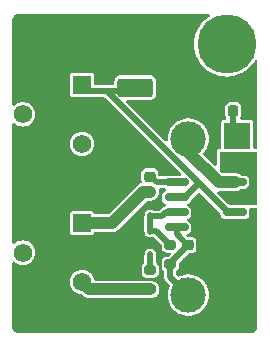
<source format=gtl>
G04 #@! TF.GenerationSoftware,KiCad,Pcbnew,8.0.1*
G04 #@! TF.CreationDate,2024-07-10T15:35:48+08:00*
G04 #@! TF.ProjectId,555Sandbox,35353553-616e-4646-926f-782e6b696361,1.0.0*
G04 #@! TF.SameCoordinates,Original*
G04 #@! TF.FileFunction,Copper,L1,Top*
G04 #@! TF.FilePolarity,Positive*
%FSLAX46Y46*%
G04 Gerber Fmt 4.6, Leading zero omitted, Abs format (unit mm)*
G04 Created by KiCad (PCBNEW 8.0.1) date 2024-07-10 15:35:48*
%MOMM*%
%LPD*%
G01*
G04 APERTURE LIST*
G04 Aperture macros list*
%AMRoundRect*
0 Rectangle with rounded corners*
0 $1 Rounding radius*
0 $2 $3 $4 $5 $6 $7 $8 $9 X,Y pos of 4 corners*
0 Add a 4 corners polygon primitive as box body*
4,1,4,$2,$3,$4,$5,$6,$7,$8,$9,$2,$3,0*
0 Add four circle primitives for the rounded corners*
1,1,$1+$1,$2,$3*
1,1,$1+$1,$4,$5*
1,1,$1+$1,$6,$7*
1,1,$1+$1,$8,$9*
0 Add four rect primitives between the rounded corners*
20,1,$1+$1,$2,$3,$4,$5,0*
20,1,$1+$1,$4,$5,$6,$7,0*
20,1,$1+$1,$6,$7,$8,$9,0*
20,1,$1+$1,$8,$9,$2,$3,0*%
G04 Aperture macros list end*
G04 #@! TA.AperFunction,SMDPad,CuDef*
%ADD10RoundRect,0.150000X0.825000X0.150000X-0.825000X0.150000X-0.825000X-0.150000X0.825000X-0.150000X0*%
G04 #@! TD*
G04 #@! TA.AperFunction,SMDPad,CuDef*
%ADD11R,2.200000X2.200000*%
G04 #@! TD*
G04 #@! TA.AperFunction,SMDPad,CuDef*
%ADD12R,2.200000X1.250000*%
G04 #@! TD*
G04 #@! TA.AperFunction,SMDPad,CuDef*
%ADD13RoundRect,0.250000X-1.250000X-0.550000X1.250000X-0.550000X1.250000X0.550000X-1.250000X0.550000X0*%
G04 #@! TD*
G04 #@! TA.AperFunction,SMDPad,CuDef*
%ADD14RoundRect,0.200000X-0.275000X0.200000X-0.275000X-0.200000X0.275000X-0.200000X0.275000X0.200000X0*%
G04 #@! TD*
G04 #@! TA.AperFunction,SMDPad,CuDef*
%ADD15RoundRect,0.225000X0.225000X0.250000X-0.225000X0.250000X-0.225000X-0.250000X0.225000X-0.250000X0*%
G04 #@! TD*
G04 #@! TA.AperFunction,SMDPad,CuDef*
%ADD16RoundRect,0.200000X0.275000X-0.200000X0.275000X0.200000X-0.275000X0.200000X-0.275000X-0.200000X0*%
G04 #@! TD*
G04 #@! TA.AperFunction,SMDPad,CuDef*
%ADD17RoundRect,0.225000X0.250000X-0.225000X0.250000X0.225000X-0.250000X0.225000X-0.250000X-0.225000X0*%
G04 #@! TD*
G04 #@! TA.AperFunction,SMDPad,CuDef*
%ADD18RoundRect,0.225000X-0.250000X0.225000X-0.250000X-0.225000X0.250000X-0.225000X0.250000X0.225000X0*%
G04 #@! TD*
G04 #@! TA.AperFunction,SMDPad,CuDef*
%ADD19RoundRect,0.112500X-0.112500X0.187500X-0.112500X-0.187500X0.112500X-0.187500X0.112500X0.187500X0*%
G04 #@! TD*
G04 #@! TA.AperFunction,ComponentPad*
%ADD20R,1.560000X1.560000*%
G04 #@! TD*
G04 #@! TA.AperFunction,ComponentPad*
%ADD21C,1.560000*%
G04 #@! TD*
G04 #@! TA.AperFunction,ComponentPad*
%ADD22C,5.000000*%
G04 #@! TD*
G04 #@! TA.AperFunction,ComponentPad*
%ADD23C,3.000000*%
G04 #@! TD*
G04 #@! TA.AperFunction,ViaPad*
%ADD24C,0.600000*%
G04 #@! TD*
G04 #@! TA.AperFunction,Conductor*
%ADD25C,0.500000*%
G04 #@! TD*
G04 #@! TA.AperFunction,Conductor*
%ADD26C,1.000000*%
G04 #@! TD*
G04 APERTURE END LIST*
D10*
X94300000Y-85470000D03*
X94300000Y-84200000D03*
X94300000Y-82930000D03*
X94300000Y-81660000D03*
X89350000Y-81660000D03*
X89350000Y-82930000D03*
X89350000Y-84200000D03*
X89350000Y-85470000D03*
D11*
X94500000Y-77700000D03*
D12*
X94500000Y-79975000D03*
D13*
X85850000Y-73650000D03*
X90250000Y-73650000D03*
D14*
X87125000Y-89075000D03*
X87125000Y-90725000D03*
D15*
X94150000Y-75600000D03*
X92600000Y-75600000D03*
D16*
X88825000Y-88600000D03*
X88825000Y-86950000D03*
D17*
X87100000Y-81175000D03*
X87100000Y-79625000D03*
D18*
X90300000Y-86975000D03*
X90300000Y-88525000D03*
D19*
X87125000Y-82450000D03*
X87125000Y-84550000D03*
X87125000Y-85750000D03*
X87125000Y-87850000D03*
D20*
X81350000Y-73400000D03*
D21*
X76350000Y-75900000D03*
X81350000Y-78400000D03*
D22*
X93600000Y-69950000D03*
D20*
X81350000Y-85100000D03*
D21*
X76350000Y-87600000D03*
X81350000Y-90100000D03*
D23*
X90350000Y-78000000D03*
X90350000Y-91200000D03*
D24*
X95750000Y-86750000D03*
X94050000Y-73700000D03*
X95500000Y-75150000D03*
X94250000Y-88250000D03*
X95500000Y-73650000D03*
X95750000Y-88250000D03*
D25*
X89350000Y-86050000D02*
X89350000Y-85470000D01*
X88825000Y-88525000D02*
X90350000Y-87000000D01*
D26*
X92910000Y-81660000D02*
X94300000Y-81660000D01*
D25*
X88825000Y-88600000D02*
X88825000Y-89675000D01*
X88825000Y-88625000D02*
X88825000Y-88525000D01*
D26*
X90350000Y-78000000D02*
X90350000Y-79100000D01*
D25*
X90275000Y-86975000D02*
X89350000Y-86050000D01*
X88825000Y-89675000D02*
X90350000Y-91200000D01*
X90225000Y-77500000D02*
X90125000Y-77400000D01*
X90225000Y-77500000D02*
X90192743Y-77467743D01*
D26*
X90350000Y-79100000D02*
X92910000Y-81660000D01*
D25*
X87193502Y-81175000D02*
X86925000Y-81175000D01*
X89350000Y-81660000D02*
X87678502Y-81660000D01*
X87678502Y-81660000D02*
X87193502Y-81175000D01*
X90095000Y-82930000D02*
X91271342Y-81753658D01*
X83450000Y-73932316D02*
X93717684Y-84200000D01*
X81890000Y-73900000D02*
X81490000Y-73500000D01*
X89350000Y-82930000D02*
X90095000Y-82930000D01*
X86050000Y-74200000D02*
X85750000Y-73900000D01*
X93717684Y-84200000D02*
X94300000Y-84200000D01*
X85750000Y-73900000D02*
X81890000Y-73900000D01*
X87125000Y-84550000D02*
X87125000Y-85750000D01*
X88825000Y-86975000D02*
X88825000Y-86950000D01*
X87625000Y-85750000D02*
X87125000Y-85750000D01*
X88825000Y-86950000D02*
X87625000Y-85750000D01*
X89350000Y-84200000D02*
X88450000Y-84200000D01*
X88450000Y-84200000D02*
X88100000Y-84550000D01*
X88100000Y-84550000D02*
X87125000Y-84550000D01*
D26*
X83900000Y-85100000D02*
X81350000Y-85100000D01*
X87125000Y-82450000D02*
X86550000Y-82450000D01*
X86550000Y-82450000D02*
X83900000Y-85100000D01*
D25*
X87125000Y-87850000D02*
X87125000Y-89075000D01*
X94857684Y-82930000D02*
X94300000Y-82930000D01*
X95725000Y-79975000D02*
X95725000Y-82062684D01*
X94500000Y-79975000D02*
X95725000Y-79975000D01*
X95725000Y-82062684D02*
X94857684Y-82930000D01*
X94150000Y-75600000D02*
X94150000Y-77000000D01*
X94150000Y-77000000D02*
X94850000Y-77700000D01*
D26*
X81975000Y-90725000D02*
X87125000Y-90725000D01*
X81350000Y-90100000D02*
X81975000Y-90725000D01*
G04 #@! TA.AperFunction,Conductor*
G36*
X93374336Y-79050500D02*
G01*
X93375326Y-79050500D01*
X95625664Y-79050500D01*
X95635842Y-79050000D01*
X96075500Y-79050000D01*
X96142539Y-79069685D01*
X96188294Y-79122489D01*
X96199500Y-79174000D01*
X96199500Y-83426000D01*
X96179815Y-83493039D01*
X96127011Y-83538794D01*
X96075500Y-83550000D01*
X93826860Y-83550000D01*
X93759821Y-83530315D01*
X93739179Y-83513681D01*
X92847679Y-82622181D01*
X92814194Y-82560858D01*
X92819178Y-82491166D01*
X92861050Y-82435233D01*
X92926514Y-82410816D01*
X92935360Y-82410500D01*
X94373920Y-82410500D01*
X94471462Y-82391096D01*
X94518913Y-82381658D01*
X94655495Y-82325084D01*
X94778416Y-82242951D01*
X94778421Y-82242945D01*
X94783126Y-82239086D01*
X94784854Y-82241191D01*
X94835873Y-82213333D01*
X94862231Y-82210499D01*
X95156517Y-82210499D01*
X95156518Y-82210499D01*
X95250304Y-82195646D01*
X95363342Y-82138050D01*
X95453050Y-82048342D01*
X95510646Y-81935304D01*
X95510646Y-81935302D01*
X95510647Y-81935301D01*
X95525499Y-81841524D01*
X95525500Y-81841519D01*
X95525499Y-81478482D01*
X95510646Y-81384696D01*
X95453050Y-81271658D01*
X95453046Y-81271654D01*
X95453045Y-81271652D01*
X95363347Y-81181954D01*
X95363344Y-81181952D01*
X95363342Y-81181950D01*
X95286517Y-81142805D01*
X95250301Y-81124352D01*
X95156524Y-81109500D01*
X95156519Y-81109500D01*
X94862230Y-81109500D01*
X94795191Y-81089815D01*
X94783531Y-81080419D01*
X94783126Y-81080914D01*
X94778415Y-81077048D01*
X94655501Y-80994919D01*
X94655488Y-80994912D01*
X94518917Y-80938343D01*
X94518907Y-80938340D01*
X94373920Y-80909500D01*
X94373918Y-80909500D01*
X93272230Y-80909500D01*
X93205191Y-80889815D01*
X93184549Y-80873181D01*
X93036319Y-80724951D01*
X93002834Y-80663628D01*
X93000000Y-80637270D01*
X93000000Y-79174000D01*
X93019685Y-79106961D01*
X93072489Y-79061206D01*
X93124000Y-79050000D01*
X93364158Y-79050000D01*
X93374336Y-79050500D01*
G37*
G04 #@! TD.AperFunction*
G04 #@! TA.AperFunction,Conductor*
G36*
X92122977Y-67420185D02*
G01*
X92168732Y-67472989D01*
X92178676Y-67542147D01*
X92149651Y-67605703D01*
X92120091Y-67630614D01*
X92067126Y-67662632D01*
X92034673Y-67682251D01*
X91772744Y-67887460D01*
X91537460Y-68122744D01*
X91332251Y-68384673D01*
X91160101Y-68669445D01*
X91160100Y-68669447D01*
X91023536Y-68972880D01*
X91023530Y-68972895D01*
X90924546Y-69290550D01*
X90864563Y-69617863D01*
X90844473Y-69950000D01*
X90864563Y-70282136D01*
X90864563Y-70282141D01*
X90864564Y-70282142D01*
X90924544Y-70609441D01*
X90924545Y-70609445D01*
X90924546Y-70609449D01*
X91023530Y-70927104D01*
X91023534Y-70927116D01*
X91023537Y-70927123D01*
X91160102Y-71230557D01*
X91230616Y-71347201D01*
X91332251Y-71515326D01*
X91537460Y-71777255D01*
X91772744Y-72012539D01*
X92034673Y-72217748D01*
X92034678Y-72217751D01*
X92034682Y-72217754D01*
X92319443Y-72389898D01*
X92622877Y-72526463D01*
X92622890Y-72526467D01*
X92622895Y-72526469D01*
X92834665Y-72592458D01*
X92940559Y-72625456D01*
X93267858Y-72685436D01*
X93600000Y-72705527D01*
X93932142Y-72685436D01*
X94259441Y-72625456D01*
X94577123Y-72526463D01*
X94880557Y-72389898D01*
X95165318Y-72217754D01*
X95427252Y-72012542D01*
X95662542Y-71777252D01*
X95867754Y-71515318D01*
X95969385Y-71347198D01*
X96020911Y-71300014D01*
X96089770Y-71288175D01*
X96154099Y-71315444D01*
X96193473Y-71373162D01*
X96199500Y-71411351D01*
X96199500Y-78670500D01*
X96179815Y-78737539D01*
X96127011Y-78783294D01*
X96075500Y-78794500D01*
X95974500Y-78794500D01*
X95907461Y-78774815D01*
X95861706Y-78722011D01*
X95850500Y-78670500D01*
X95850500Y-76575323D01*
X95850499Y-76575321D01*
X95835967Y-76502264D01*
X95835966Y-76502260D01*
X95820940Y-76479772D01*
X95780601Y-76419399D01*
X95700590Y-76365938D01*
X95697739Y-76364033D01*
X95697735Y-76364032D01*
X95624677Y-76349500D01*
X95624674Y-76349500D01*
X94842773Y-76349500D01*
X94775734Y-76329815D01*
X94729979Y-76277011D01*
X94720035Y-76207853D01*
X94743506Y-76151190D01*
X94796625Y-76080230D01*
X94796624Y-76080230D01*
X94796628Y-76080226D01*
X94844412Y-75952114D01*
X94850015Y-75900000D01*
X94850499Y-75895501D01*
X94850499Y-75895490D01*
X94850500Y-75895485D01*
X94850499Y-75304516D01*
X94844412Y-75247886D01*
X94796628Y-75119774D01*
X94714687Y-75010313D01*
X94625216Y-74943336D01*
X94605228Y-74928373D01*
X94605226Y-74928372D01*
X94477114Y-74880588D01*
X94477112Y-74880587D01*
X94477110Y-74880587D01*
X94420493Y-74874500D01*
X93879518Y-74874500D01*
X93879509Y-74874501D01*
X93822885Y-74880587D01*
X93694773Y-74928372D01*
X93585313Y-75010313D01*
X93503373Y-75119771D01*
X93455587Y-75247889D01*
X93449500Y-75304498D01*
X93449500Y-75895481D01*
X93449501Y-75895490D01*
X93455587Y-75952114D01*
X93503373Y-76080228D01*
X93556494Y-76151190D01*
X93580911Y-76216654D01*
X93566059Y-76284927D01*
X93516654Y-76334332D01*
X93457227Y-76349500D01*
X93375323Y-76349500D01*
X93302264Y-76364032D01*
X93302260Y-76364033D01*
X93219399Y-76419399D01*
X93164033Y-76502260D01*
X93164032Y-76502264D01*
X93149500Y-76575321D01*
X93149500Y-78683051D01*
X93129815Y-78750090D01*
X93077011Y-78795845D01*
X93051860Y-78804217D01*
X93018173Y-78811545D01*
X93018172Y-78811546D01*
X92991807Y-78818779D01*
X92991796Y-78818783D01*
X92905181Y-78868105D01*
X92905173Y-78868111D01*
X92852371Y-78913863D01*
X92820743Y-78946640D01*
X92774534Y-79034977D01*
X92774533Y-79034977D01*
X92754851Y-79102009D01*
X92754848Y-79102021D01*
X92744500Y-79173998D01*
X92744500Y-80133770D01*
X92724815Y-80200809D01*
X92672011Y-80246564D01*
X92602853Y-80256508D01*
X92539297Y-80227483D01*
X92532819Y-80221451D01*
X91656839Y-79345471D01*
X91623354Y-79284148D01*
X91628338Y-79214456D01*
X91647570Y-79180481D01*
X91800386Y-78988857D01*
X91931568Y-78761643D01*
X92027420Y-78517416D01*
X92085802Y-78261630D01*
X92090571Y-78197988D01*
X92105408Y-78000004D01*
X92105408Y-77999995D01*
X92085803Y-77738379D01*
X92085802Y-77738374D01*
X92085802Y-77738370D01*
X92027420Y-77482584D01*
X91931568Y-77238357D01*
X91800386Y-77011143D01*
X91636805Y-76806019D01*
X91636804Y-76806018D01*
X91636801Y-76806014D01*
X91444479Y-76627567D01*
X91227704Y-76479772D01*
X91227700Y-76479770D01*
X91227697Y-76479768D01*
X91227696Y-76479767D01*
X90991325Y-76365938D01*
X90991327Y-76365938D01*
X90740623Y-76288606D01*
X90740619Y-76288605D01*
X90740615Y-76288604D01*
X90615823Y-76269794D01*
X90481187Y-76249500D01*
X90481182Y-76249500D01*
X90218818Y-76249500D01*
X90218812Y-76249500D01*
X90057247Y-76273853D01*
X89959385Y-76288604D01*
X89959382Y-76288605D01*
X89959376Y-76288606D01*
X89708673Y-76365938D01*
X89472303Y-76479767D01*
X89472302Y-76479768D01*
X89255520Y-76627567D01*
X89063198Y-76806014D01*
X88899614Y-77011143D01*
X88768432Y-77238356D01*
X88672582Y-77482578D01*
X88672576Y-77482597D01*
X88614197Y-77738374D01*
X88614196Y-77738379D01*
X88594592Y-77999995D01*
X88594592Y-78000006D01*
X88599517Y-78065739D01*
X88584897Y-78134062D01*
X88535659Y-78183634D01*
X88467437Y-78198717D01*
X88401890Y-78174522D01*
X88388183Y-78162685D01*
X85137678Y-74912180D01*
X85104193Y-74850857D01*
X85109177Y-74781165D01*
X85151049Y-74725232D01*
X85216513Y-74700815D01*
X85225359Y-74700499D01*
X85974105Y-74700499D01*
X85974117Y-74700500D01*
X85984107Y-74700500D01*
X86130326Y-74700500D01*
X86130334Y-74700499D01*
X87147871Y-74700499D01*
X87147872Y-74700499D01*
X87207483Y-74694091D01*
X87342331Y-74643796D01*
X87457546Y-74557546D01*
X87543796Y-74442331D01*
X87594091Y-74307483D01*
X87600500Y-74247873D01*
X87600499Y-73052128D01*
X87594091Y-72992517D01*
X87543796Y-72857669D01*
X87543795Y-72857668D01*
X87543793Y-72857664D01*
X87457547Y-72742455D01*
X87457544Y-72742452D01*
X87342335Y-72656206D01*
X87342328Y-72656202D01*
X87207482Y-72605908D01*
X87207483Y-72605908D01*
X87147883Y-72599501D01*
X87147881Y-72599500D01*
X87147873Y-72599500D01*
X87147864Y-72599500D01*
X84552129Y-72599500D01*
X84552123Y-72599501D01*
X84492516Y-72605908D01*
X84357671Y-72656202D01*
X84357664Y-72656206D01*
X84242455Y-72742452D01*
X84242452Y-72742455D01*
X84156206Y-72857664D01*
X84156202Y-72857671D01*
X84105908Y-72992517D01*
X84099501Y-73052116D01*
X84099501Y-73052123D01*
X84099500Y-73052135D01*
X84099500Y-73275500D01*
X84079815Y-73342539D01*
X84027011Y-73388294D01*
X83975500Y-73399500D01*
X82504500Y-73399500D01*
X82437461Y-73379815D01*
X82391706Y-73327011D01*
X82380500Y-73275500D01*
X82380500Y-72595323D01*
X82380499Y-72595321D01*
X82365967Y-72522264D01*
X82365966Y-72522260D01*
X82310601Y-72439399D01*
X82236518Y-72389899D01*
X82227739Y-72384033D01*
X82227735Y-72384032D01*
X82154677Y-72369500D01*
X82154674Y-72369500D01*
X80545326Y-72369500D01*
X80545323Y-72369500D01*
X80472264Y-72384032D01*
X80472260Y-72384033D01*
X80389399Y-72439399D01*
X80334033Y-72522260D01*
X80334032Y-72522264D01*
X80319500Y-72595321D01*
X80319500Y-74204678D01*
X80334032Y-74277735D01*
X80334033Y-74277739D01*
X80334034Y-74277740D01*
X80389399Y-74360601D01*
X80449143Y-74400520D01*
X80472260Y-74415966D01*
X80472264Y-74415967D01*
X80545321Y-74430499D01*
X80545324Y-74430500D01*
X80545326Y-74430500D01*
X82154676Y-74430500D01*
X82227740Y-74415966D01*
X82239023Y-74411293D01*
X82240499Y-74414858D01*
X82286276Y-74400520D01*
X82288501Y-74400500D01*
X83159008Y-74400500D01*
X83226047Y-74420185D01*
X83246689Y-74436819D01*
X89707689Y-80897819D01*
X89741174Y-80959142D01*
X89736190Y-81028834D01*
X89694318Y-81084767D01*
X89628854Y-81109184D01*
X89620008Y-81109500D01*
X88493482Y-81109500D01*
X88399694Y-81124354D01*
X88357243Y-81145985D01*
X88300948Y-81159500D01*
X87949499Y-81159500D01*
X87882460Y-81139815D01*
X87836705Y-81087011D01*
X87825499Y-81035500D01*
X87825499Y-80904518D01*
X87825498Y-80904509D01*
X87819412Y-80847885D01*
X87801588Y-80800101D01*
X87771628Y-80719774D01*
X87689687Y-80610313D01*
X87623911Y-80561074D01*
X87580228Y-80528373D01*
X87580226Y-80528372D01*
X87452114Y-80480588D01*
X87452112Y-80480587D01*
X87452110Y-80480587D01*
X87395493Y-80474500D01*
X86804518Y-80474500D01*
X86804509Y-80474501D01*
X86747885Y-80480587D01*
X86619773Y-80528372D01*
X86510313Y-80610313D01*
X86428373Y-80719771D01*
X86380587Y-80847889D01*
X86374500Y-80904498D01*
X86374500Y-81445481D01*
X86374501Y-81445490D01*
X86380588Y-81502116D01*
X86405237Y-81568201D01*
X86410222Y-81637892D01*
X86376738Y-81699216D01*
X86336509Y-81726096D01*
X86194509Y-81784914D01*
X86194496Y-81784921D01*
X86145269Y-81817813D01*
X86071588Y-81867044D01*
X86071580Y-81867050D01*
X83625451Y-84313181D01*
X83564128Y-84346666D01*
X83537770Y-84349500D01*
X82493040Y-84349500D01*
X82426001Y-84329815D01*
X82380246Y-84277011D01*
X82371423Y-84249691D01*
X82365967Y-84222263D01*
X82365966Y-84222260D01*
X82310601Y-84139399D01*
X82227740Y-84084034D01*
X82227739Y-84084033D01*
X82227735Y-84084032D01*
X82154677Y-84069500D01*
X82154674Y-84069500D01*
X80545326Y-84069500D01*
X80545323Y-84069500D01*
X80472264Y-84084032D01*
X80472260Y-84084033D01*
X80389399Y-84139399D01*
X80334033Y-84222260D01*
X80334032Y-84222264D01*
X80319500Y-84295321D01*
X80319500Y-85904678D01*
X80334032Y-85977735D01*
X80334033Y-85977739D01*
X80334034Y-85977740D01*
X80389399Y-86060601D01*
X80472149Y-86115892D01*
X80472260Y-86115966D01*
X80472264Y-86115967D01*
X80545321Y-86130499D01*
X80545324Y-86130500D01*
X80545326Y-86130500D01*
X82154676Y-86130500D01*
X82154677Y-86130499D01*
X82227740Y-86115966D01*
X82310601Y-86060601D01*
X82365966Y-85977740D01*
X82367118Y-85971948D01*
X82371423Y-85950309D01*
X82403807Y-85888398D01*
X82464523Y-85853824D01*
X82493040Y-85850500D01*
X83973920Y-85850500D01*
X84071462Y-85831096D01*
X84118913Y-85821658D01*
X84255495Y-85765084D01*
X84304729Y-85732186D01*
X84378416Y-85682952D01*
X86824549Y-83236819D01*
X86885872Y-83203334D01*
X86912230Y-83200500D01*
X87198920Y-83200500D01*
X87296462Y-83181096D01*
X87343913Y-83171658D01*
X87480495Y-83115084D01*
X87603416Y-83032951D01*
X87707951Y-82928416D01*
X87790084Y-82805495D01*
X87846658Y-82668913D01*
X87870481Y-82549152D01*
X87875500Y-82523920D01*
X87875500Y-82376079D01*
X87862095Y-82308692D01*
X87868322Y-82239101D01*
X87911184Y-82183923D01*
X87977074Y-82160678D01*
X87983712Y-82160500D01*
X88300948Y-82160500D01*
X88357242Y-82174015D01*
X88377850Y-82184515D01*
X88428646Y-82232488D01*
X88445442Y-82300309D01*
X88422905Y-82366444D01*
X88377852Y-82405484D01*
X88286658Y-82451950D01*
X88286657Y-82451951D01*
X88286652Y-82451954D01*
X88196954Y-82541652D01*
X88196951Y-82541657D01*
X88139352Y-82654698D01*
X88124500Y-82748475D01*
X88124500Y-83111517D01*
X88134025Y-83171656D01*
X88139354Y-83205304D01*
X88196950Y-83318342D01*
X88196952Y-83318344D01*
X88196954Y-83318347D01*
X88286652Y-83408045D01*
X88286654Y-83408046D01*
X88286658Y-83408050D01*
X88377851Y-83454515D01*
X88428647Y-83502490D01*
X88445442Y-83570311D01*
X88422904Y-83636446D01*
X88377850Y-83675485D01*
X88283112Y-83723755D01*
X88258922Y-83733042D01*
X88256820Y-83733605D01*
X88256816Y-83733606D01*
X88142689Y-83799498D01*
X88142683Y-83799502D01*
X87929005Y-84013181D01*
X87867682Y-84046666D01*
X87841324Y-84049500D01*
X87452445Y-84049500D01*
X87397984Y-84036900D01*
X87342511Y-84009780D01*
X87324869Y-84007210D01*
X87271949Y-83999500D01*
X87271943Y-83999500D01*
X86978049Y-83999500D01*
X86907493Y-84009779D01*
X86798650Y-84062989D01*
X86712988Y-84148651D01*
X86659780Y-84257488D01*
X86659780Y-84257491D01*
X86649500Y-84328051D01*
X86649500Y-84328056D01*
X86649500Y-84374480D01*
X86645275Y-84406572D01*
X86624500Y-84484106D01*
X86624500Y-85815893D01*
X86645275Y-85893429D01*
X86649500Y-85925519D01*
X86649500Y-85971949D01*
X86659779Y-86042506D01*
X86659779Y-86042507D01*
X86659780Y-86042509D01*
X86712988Y-86151347D01*
X86712989Y-86151349D01*
X86798651Y-86237011D01*
X86907488Y-86290219D01*
X86907489Y-86290219D01*
X86907491Y-86290220D01*
X86978051Y-86300500D01*
X87271948Y-86300499D01*
X87271950Y-86300499D01*
X87318988Y-86293646D01*
X87342509Y-86290220D01*
X87342510Y-86290219D01*
X87351707Y-86287378D01*
X87352302Y-86289304D01*
X87408991Y-86279615D01*
X87473293Y-86306946D01*
X87482282Y-86315096D01*
X88063181Y-86895994D01*
X88096666Y-86957317D01*
X88099500Y-86983675D01*
X88099500Y-87204269D01*
X88102353Y-87234699D01*
X88102353Y-87234701D01*
X88147206Y-87362880D01*
X88147207Y-87362882D01*
X88227850Y-87472150D01*
X88337118Y-87552793D01*
X88379845Y-87567744D01*
X88465299Y-87597646D01*
X88495730Y-87600500D01*
X88495734Y-87600500D01*
X88742324Y-87600500D01*
X88809363Y-87620185D01*
X88855118Y-87672989D01*
X88865062Y-87742147D01*
X88836037Y-87805703D01*
X88830005Y-87812181D01*
X88729005Y-87913181D01*
X88667682Y-87946666D01*
X88641324Y-87949500D01*
X88495730Y-87949500D01*
X88465300Y-87952353D01*
X88465298Y-87952353D01*
X88337119Y-87997206D01*
X88337117Y-87997207D01*
X88227850Y-88077850D01*
X88147207Y-88187117D01*
X88147206Y-88187119D01*
X88102353Y-88315298D01*
X88102353Y-88315300D01*
X88099500Y-88345730D01*
X88099500Y-88854269D01*
X88102353Y-88884699D01*
X88102353Y-88884701D01*
X88147206Y-89012880D01*
X88147207Y-89012882D01*
X88227850Y-89122150D01*
X88274134Y-89156309D01*
X88316384Y-89211954D01*
X88324500Y-89256078D01*
X88324500Y-89740891D01*
X88358608Y-89868187D01*
X88375814Y-89897988D01*
X88424500Y-89982314D01*
X88424502Y-89982316D01*
X88742659Y-90300473D01*
X88776144Y-90361796D01*
X88771160Y-90431488D01*
X88770083Y-90434020D01*
X88770127Y-90434038D01*
X88672582Y-90682578D01*
X88672576Y-90682597D01*
X88614197Y-90938374D01*
X88614196Y-90938379D01*
X88594592Y-91199995D01*
X88594592Y-91200004D01*
X88614196Y-91461620D01*
X88614197Y-91461625D01*
X88672576Y-91717402D01*
X88672578Y-91717411D01*
X88672580Y-91717416D01*
X88768432Y-91961643D01*
X88899614Y-92188857D01*
X89031736Y-92354533D01*
X89063198Y-92393985D01*
X89244753Y-92562441D01*
X89255521Y-92572433D01*
X89472296Y-92720228D01*
X89472301Y-92720230D01*
X89472302Y-92720231D01*
X89472303Y-92720232D01*
X89597843Y-92780688D01*
X89708673Y-92834061D01*
X89708674Y-92834061D01*
X89708677Y-92834063D01*
X89959385Y-92911396D01*
X90218818Y-92950500D01*
X90481182Y-92950500D01*
X90740615Y-92911396D01*
X90991323Y-92834063D01*
X91227704Y-92720228D01*
X91444479Y-92572433D01*
X91636805Y-92393981D01*
X91800386Y-92188857D01*
X91931568Y-91961643D01*
X92027420Y-91717416D01*
X92085802Y-91461630D01*
X92086924Y-91446656D01*
X92105408Y-91200004D01*
X92105408Y-91199995D01*
X92085803Y-90938379D01*
X92085802Y-90938374D01*
X92085802Y-90938370D01*
X92027420Y-90682584D01*
X91931568Y-90438357D01*
X91800386Y-90211143D01*
X91636805Y-90006019D01*
X91636804Y-90006018D01*
X91636801Y-90006014D01*
X91444479Y-89827567D01*
X91317350Y-89740892D01*
X91227704Y-89679772D01*
X91227700Y-89679770D01*
X91227697Y-89679768D01*
X91227696Y-89679767D01*
X90991325Y-89565938D01*
X90991327Y-89565938D01*
X90740623Y-89488606D01*
X90740619Y-89488605D01*
X90740615Y-89488604D01*
X90601836Y-89467686D01*
X90481187Y-89449500D01*
X90481182Y-89449500D01*
X90218818Y-89449500D01*
X90218812Y-89449500D01*
X90057247Y-89473853D01*
X89959385Y-89488604D01*
X89959382Y-89488605D01*
X89959376Y-89488606D01*
X89708686Y-89565933D01*
X89708677Y-89565937D01*
X89595631Y-89620376D01*
X89526690Y-89631727D01*
X89462556Y-89604004D01*
X89454150Y-89596336D01*
X89361819Y-89504005D01*
X89328334Y-89442682D01*
X89325500Y-89416324D01*
X89325500Y-89256078D01*
X89345185Y-89189039D01*
X89375864Y-89156310D01*
X89422150Y-89122150D01*
X89502793Y-89012882D01*
X89525219Y-88948790D01*
X89547646Y-88884701D01*
X89547646Y-88884699D01*
X89550500Y-88854269D01*
X89550500Y-88558675D01*
X89570185Y-88491636D01*
X89586815Y-88470998D01*
X90345995Y-87711817D01*
X90407318Y-87678333D01*
X90433676Y-87675499D01*
X90595481Y-87675499D01*
X90595484Y-87675499D01*
X90652114Y-87669412D01*
X90780226Y-87621628D01*
X90889687Y-87539687D01*
X90971628Y-87430226D01*
X91019412Y-87302114D01*
X91021687Y-87280944D01*
X91025499Y-87245501D01*
X91025499Y-87245494D01*
X91025500Y-87245485D01*
X91025499Y-86704516D01*
X91019412Y-86647886D01*
X91017715Y-86643337D01*
X90988315Y-86564514D01*
X90971628Y-86519774D01*
X90889687Y-86410313D01*
X90823911Y-86361074D01*
X90780228Y-86328373D01*
X90780226Y-86328372D01*
X90652114Y-86280588D01*
X90652112Y-86280587D01*
X90652110Y-86280587D01*
X90595501Y-86274500D01*
X90595485Y-86274500D01*
X90333676Y-86274500D01*
X90266637Y-86254815D01*
X90245995Y-86238181D01*
X90224763Y-86216949D01*
X90191278Y-86155626D01*
X90196262Y-86085934D01*
X90238134Y-86030001D01*
X90293049Y-86006794D01*
X90300304Y-86005646D01*
X90413342Y-85948050D01*
X90503050Y-85858342D01*
X90560646Y-85745304D01*
X90560646Y-85745302D01*
X90560647Y-85745301D01*
X90575499Y-85651524D01*
X90575500Y-85651519D01*
X90575499Y-85288482D01*
X90560646Y-85194696D01*
X90503050Y-85081658D01*
X90503046Y-85081654D01*
X90503045Y-85081652D01*
X90413347Y-84991954D01*
X90413343Y-84991951D01*
X90413342Y-84991950D01*
X90410599Y-84990552D01*
X90322147Y-84945483D01*
X90271352Y-84897509D01*
X90254557Y-84829687D01*
X90277095Y-84763553D01*
X90322145Y-84724517D01*
X90413342Y-84678050D01*
X90503050Y-84588342D01*
X90560646Y-84475304D01*
X90560646Y-84475302D01*
X90560647Y-84475301D01*
X90575499Y-84381524D01*
X90575500Y-84381519D01*
X90575499Y-84018482D01*
X90560646Y-83924696D01*
X90503050Y-83811658D01*
X90503046Y-83811654D01*
X90503045Y-83811652D01*
X90413347Y-83721954D01*
X90413343Y-83721951D01*
X90413342Y-83721950D01*
X90410599Y-83720552D01*
X90322147Y-83675483D01*
X90271352Y-83627509D01*
X90254557Y-83559687D01*
X90277095Y-83493553D01*
X90322145Y-83454517D01*
X90413342Y-83408050D01*
X90503050Y-83318342D01*
X90560646Y-83205304D01*
X90560646Y-83205299D01*
X90563660Y-83196026D01*
X90564975Y-83196453D01*
X90590501Y-83142598D01*
X90595353Y-83137459D01*
X91183664Y-82549149D01*
X91244983Y-82515667D01*
X91314675Y-82520651D01*
X91359022Y-82549152D01*
X93038181Y-84228311D01*
X93071666Y-84289634D01*
X93074500Y-84315990D01*
X93074500Y-84381516D01*
X93084649Y-84445596D01*
X93089354Y-84475304D01*
X93146950Y-84588342D01*
X93146952Y-84588344D01*
X93146954Y-84588347D01*
X93236652Y-84678045D01*
X93236654Y-84678046D01*
X93236658Y-84678050D01*
X93349694Y-84735645D01*
X93349698Y-84735647D01*
X93443475Y-84750499D01*
X93443481Y-84750500D01*
X95156518Y-84750499D01*
X95250304Y-84735646D01*
X95363342Y-84678050D01*
X95453050Y-84588342D01*
X95510646Y-84475304D01*
X95510646Y-84475302D01*
X95510647Y-84475301D01*
X95525499Y-84381524D01*
X95525500Y-84381519D01*
X95525499Y-84018482D01*
X95525499Y-84018476D01*
X95514479Y-83948897D01*
X95523434Y-83879604D01*
X95568430Y-83826152D01*
X95635182Y-83805513D01*
X95636952Y-83805500D01*
X96075500Y-83805500D01*
X96142539Y-83825185D01*
X96188294Y-83877989D01*
X96199500Y-83929500D01*
X96199500Y-93893038D01*
X96198720Y-93906923D01*
X96188540Y-93997264D01*
X96182362Y-94024333D01*
X96154648Y-94103537D01*
X96142600Y-94128555D01*
X96097957Y-94199604D01*
X96080644Y-94221313D01*
X96021313Y-94280644D01*
X95999604Y-94297957D01*
X95928555Y-94342600D01*
X95903537Y-94354648D01*
X95824333Y-94382362D01*
X95797264Y-94388540D01*
X95717075Y-94397576D01*
X95706921Y-94398720D01*
X95693038Y-94399500D01*
X75956929Y-94399500D01*
X75943108Y-94398727D01*
X75851596Y-94388463D01*
X75824640Y-94382340D01*
X75744255Y-94354349D01*
X75719326Y-94342406D01*
X75647138Y-94297302D01*
X75625479Y-94280137D01*
X75565073Y-94220158D01*
X75547756Y-94198622D01*
X75502143Y-94126760D01*
X75490023Y-94101916D01*
X75461461Y-94021728D01*
X75455149Y-93994831D01*
X75451372Y-93963184D01*
X75450500Y-93948500D01*
X75450500Y-90100000D01*
X80314514Y-90100000D01*
X80334410Y-90302011D01*
X80393337Y-90496267D01*
X80489021Y-90675279D01*
X80489025Y-90675286D01*
X80617800Y-90832199D01*
X80774713Y-90960974D01*
X80774720Y-90960978D01*
X80953732Y-91056662D01*
X80953734Y-91056662D01*
X80953737Y-91056664D01*
X81147987Y-91115589D01*
X81147986Y-91115589D01*
X81190759Y-91119801D01*
X81277137Y-91128309D01*
X81341924Y-91154470D01*
X81352664Y-91164031D01*
X81392048Y-91203415D01*
X81392049Y-91203416D01*
X81496584Y-91307951D01*
X81496585Y-91307952D01*
X81619498Y-91390080D01*
X81619511Y-91390087D01*
X81756082Y-91446656D01*
X81756087Y-91446658D01*
X81756091Y-91446658D01*
X81756092Y-91446659D01*
X81901079Y-91475500D01*
X81901082Y-91475500D01*
X87198920Y-91475500D01*
X87296462Y-91456096D01*
X87343913Y-91446658D01*
X87480495Y-91390084D01*
X87517582Y-91365302D01*
X87545511Y-91351366D01*
X87612882Y-91327793D01*
X87722150Y-91247150D01*
X87802793Y-91137882D01*
X87831213Y-91056662D01*
X87847646Y-91009701D01*
X87847646Y-91009699D01*
X87850500Y-90979269D01*
X87850500Y-90936810D01*
X87852883Y-90912618D01*
X87875500Y-90798920D01*
X87875500Y-90651079D01*
X87852883Y-90537380D01*
X87850500Y-90513188D01*
X87850500Y-90470730D01*
X87847646Y-90440300D01*
X87847646Y-90440298D01*
X87802793Y-90312119D01*
X87802792Y-90312117D01*
X87795335Y-90302013D01*
X87722150Y-90202850D01*
X87612882Y-90122207D01*
X87612880Y-90122206D01*
X87545516Y-90098634D01*
X87517584Y-90084697D01*
X87480495Y-90059916D01*
X87480493Y-90059915D01*
X87480491Y-90059914D01*
X87343913Y-90003342D01*
X87343907Y-90003340D01*
X87198920Y-89974500D01*
X87198918Y-89974500D01*
X82480764Y-89974500D01*
X82413725Y-89954815D01*
X82367970Y-89902011D01*
X82362103Y-89886496D01*
X82344227Y-89827567D01*
X82306664Y-89703737D01*
X82306661Y-89703733D01*
X82306661Y-89703730D01*
X82210978Y-89524720D01*
X82210974Y-89524713D01*
X82082199Y-89367800D01*
X82035249Y-89329269D01*
X86399500Y-89329269D01*
X86402353Y-89359699D01*
X86402353Y-89359701D01*
X86440140Y-89467686D01*
X86447207Y-89487882D01*
X86527850Y-89597150D01*
X86637118Y-89677793D01*
X86679845Y-89692744D01*
X86765299Y-89722646D01*
X86795730Y-89725500D01*
X86795734Y-89725500D01*
X87454270Y-89725500D01*
X87484699Y-89722646D01*
X87484701Y-89722646D01*
X87548790Y-89700219D01*
X87612882Y-89677793D01*
X87722150Y-89597150D01*
X87802793Y-89487882D01*
X87827832Y-89416324D01*
X87847646Y-89359701D01*
X87847646Y-89359699D01*
X87850500Y-89329269D01*
X87850500Y-88820730D01*
X87847646Y-88790300D01*
X87847646Y-88790298D01*
X87802793Y-88662119D01*
X87802792Y-88662117D01*
X87722150Y-88552850D01*
X87722146Y-88552847D01*
X87675866Y-88518690D01*
X87633615Y-88463042D01*
X87625500Y-88418920D01*
X87625500Y-87784110D01*
X87625500Y-87784108D01*
X87604724Y-87706570D01*
X87600499Y-87674477D01*
X87600499Y-87628049D01*
X87590220Y-87557493D01*
X87590220Y-87557491D01*
X87537012Y-87448653D01*
X87537010Y-87448651D01*
X87537010Y-87448650D01*
X87451348Y-87362988D01*
X87342511Y-87309780D01*
X87324869Y-87307210D01*
X87271949Y-87299500D01*
X87271943Y-87299500D01*
X86978049Y-87299500D01*
X86907493Y-87309779D01*
X86798650Y-87362989D01*
X86712988Y-87448651D01*
X86659780Y-87557488D01*
X86655925Y-87583951D01*
X86649500Y-87628051D01*
X86649500Y-87628056D01*
X86649500Y-87674480D01*
X86645275Y-87706572D01*
X86624500Y-87784106D01*
X86624500Y-88418920D01*
X86604815Y-88485959D01*
X86574134Y-88518690D01*
X86527853Y-88552847D01*
X86527850Y-88552850D01*
X86447207Y-88662117D01*
X86447206Y-88662119D01*
X86402353Y-88790298D01*
X86402353Y-88790300D01*
X86399500Y-88820730D01*
X86399500Y-89329269D01*
X82035249Y-89329269D01*
X81925286Y-89239025D01*
X81925279Y-89239021D01*
X81746267Y-89143337D01*
X81649138Y-89113873D01*
X81552013Y-89084411D01*
X81552011Y-89084410D01*
X81552013Y-89084410D01*
X81350000Y-89064514D01*
X81147988Y-89084410D01*
X80953732Y-89143337D01*
X80774720Y-89239021D01*
X80774713Y-89239025D01*
X80617800Y-89367800D01*
X80489025Y-89524713D01*
X80489021Y-89524720D01*
X80393337Y-89703732D01*
X80334410Y-89897988D01*
X80314514Y-90100000D01*
X75450500Y-90100000D01*
X75450500Y-88457075D01*
X75470185Y-88390036D01*
X75522989Y-88344281D01*
X75592147Y-88334337D01*
X75653165Y-88361222D01*
X75774713Y-88460974D01*
X75774720Y-88460978D01*
X75953732Y-88556662D01*
X75953734Y-88556662D01*
X75953737Y-88556664D01*
X76147987Y-88615589D01*
X76147986Y-88615589D01*
X76166099Y-88617372D01*
X76350000Y-88635486D01*
X76552013Y-88615589D01*
X76746263Y-88556664D01*
X76925285Y-88460975D01*
X77082199Y-88332199D01*
X77210975Y-88175285D01*
X77268388Y-88067871D01*
X77306662Y-87996267D01*
X77306662Y-87996266D01*
X77306664Y-87996263D01*
X77365589Y-87802013D01*
X77385486Y-87600000D01*
X77365589Y-87397987D01*
X77306664Y-87203737D01*
X77306662Y-87203734D01*
X77306662Y-87203732D01*
X77210978Y-87024720D01*
X77210974Y-87024713D01*
X77082199Y-86867800D01*
X76925286Y-86739025D01*
X76925279Y-86739021D01*
X76746267Y-86643337D01*
X76649138Y-86613873D01*
X76552013Y-86584411D01*
X76552011Y-86584410D01*
X76552013Y-86584410D01*
X76350000Y-86564514D01*
X76147988Y-86584410D01*
X75953732Y-86643337D01*
X75774720Y-86739021D01*
X75774714Y-86739025D01*
X75653164Y-86838778D01*
X75588854Y-86866090D01*
X75519987Y-86854299D01*
X75468427Y-86807146D01*
X75450500Y-86742924D01*
X75450500Y-78400000D01*
X80314514Y-78400000D01*
X80334410Y-78602011D01*
X80393337Y-78796267D01*
X80489021Y-78975279D01*
X80489025Y-78975286D01*
X80617800Y-79132199D01*
X80774713Y-79260974D01*
X80774720Y-79260978D01*
X80953732Y-79356662D01*
X80953734Y-79356662D01*
X80953737Y-79356664D01*
X81147987Y-79415589D01*
X81147986Y-79415589D01*
X81166099Y-79417372D01*
X81350000Y-79435486D01*
X81552013Y-79415589D01*
X81746263Y-79356664D01*
X81925285Y-79260975D01*
X82082199Y-79132199D01*
X82210975Y-78975285D01*
X82306664Y-78796263D01*
X82365589Y-78602013D01*
X82385486Y-78400000D01*
X82365589Y-78197987D01*
X82306664Y-78003737D01*
X82306662Y-78003734D01*
X82306662Y-78003732D01*
X82210978Y-77824720D01*
X82210974Y-77824713D01*
X82082199Y-77667800D01*
X81925286Y-77539025D01*
X81925279Y-77539021D01*
X81746267Y-77443337D01*
X81649138Y-77413873D01*
X81552013Y-77384411D01*
X81552011Y-77384410D01*
X81552013Y-77384410D01*
X81350000Y-77364514D01*
X81147988Y-77384410D01*
X80953732Y-77443337D01*
X80774720Y-77539021D01*
X80774713Y-77539025D01*
X80617800Y-77667800D01*
X80489025Y-77824713D01*
X80489021Y-77824720D01*
X80393337Y-78003732D01*
X80334410Y-78197988D01*
X80314514Y-78400000D01*
X75450500Y-78400000D01*
X75450500Y-76757075D01*
X75470185Y-76690036D01*
X75522989Y-76644281D01*
X75592147Y-76634337D01*
X75653165Y-76661222D01*
X75774713Y-76760974D01*
X75774720Y-76760978D01*
X75953732Y-76856662D01*
X75953734Y-76856662D01*
X75953737Y-76856664D01*
X76147987Y-76915589D01*
X76147986Y-76915589D01*
X76166099Y-76917372D01*
X76350000Y-76935486D01*
X76552013Y-76915589D01*
X76746263Y-76856664D01*
X76925285Y-76760975D01*
X77082199Y-76632199D01*
X77210975Y-76475285D01*
X77306664Y-76296263D01*
X77365589Y-76102013D01*
X77385486Y-75900000D01*
X77365589Y-75697987D01*
X77306664Y-75503737D01*
X77306662Y-75503734D01*
X77306662Y-75503732D01*
X77210978Y-75324720D01*
X77210974Y-75324713D01*
X77082199Y-75167800D01*
X76925286Y-75039025D01*
X76925279Y-75039021D01*
X76746267Y-74943337D01*
X76643555Y-74912180D01*
X76552013Y-74884411D01*
X76552011Y-74884410D01*
X76552013Y-74884410D01*
X76350000Y-74864514D01*
X76147988Y-74884410D01*
X75953732Y-74943337D01*
X75774720Y-75039021D01*
X75774714Y-75039025D01*
X75653164Y-75138778D01*
X75588854Y-75166090D01*
X75519987Y-75154299D01*
X75468427Y-75107146D01*
X75450500Y-75042924D01*
X75450500Y-67906961D01*
X75451280Y-67893077D01*
X75451913Y-67887458D01*
X75461459Y-67802731D01*
X75467635Y-67775670D01*
X75495353Y-67696456D01*
X75507396Y-67671450D01*
X75552046Y-67600389D01*
X75569351Y-67578690D01*
X75628690Y-67519351D01*
X75650389Y-67502046D01*
X75721450Y-67457396D01*
X75746456Y-67445353D01*
X75825670Y-67417635D01*
X75852733Y-67411459D01*
X75915419Y-67404396D01*
X75943079Y-67401280D01*
X75956962Y-67400500D01*
X76015892Y-67400500D01*
X92055938Y-67400500D01*
X92122977Y-67420185D01*
G37*
G04 #@! TD.AperFunction*
M02*

</source>
